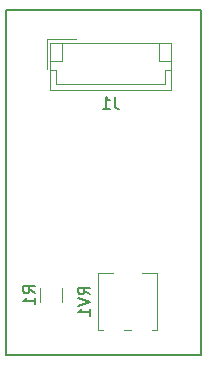
<source format=gbr>
G04 #@! TF.GenerationSoftware,KiCad,Pcbnew,(5.0.0-3-g5ebb6b6)*
G04 #@! TF.CreationDate,2018-10-06T16:58:55+02:00*
G04 #@! TF.ProjectId,tt_photometer,74745F70686F746F6D657465722E6B69,rev?*
G04 #@! TF.SameCoordinates,Original*
G04 #@! TF.FileFunction,Legend,Bot*
G04 #@! TF.FilePolarity,Positive*
%FSLAX46Y46*%
G04 Gerber Fmt 4.6, Leading zero omitted, Abs format (unit mm)*
G04 Created by KiCad (PCBNEW (5.0.0-3-g5ebb6b6)) date Saturday, 06. October 2018 um 16:58:55*
%MOMM*%
%LPD*%
G01*
G04 APERTURE LIST*
%ADD10C,0.200000*%
%ADD11C,0.120000*%
%ADD12C,0.150000*%
G04 APERTURE END LIST*
D10*
X149860000Y-67310000D02*
X166370000Y-67310000D01*
X166370000Y-96520000D02*
X166370000Y-67310000D01*
X149860000Y-96520000D02*
X166370000Y-96520000D01*
X149860000Y-67310000D02*
X149860000Y-96520000D01*
D11*
G04 #@! TO.C,J1*
X153600000Y-74100000D02*
X153600000Y-70080000D01*
X153600000Y-70080000D02*
X163820000Y-70080000D01*
X163820000Y-70080000D02*
X163820000Y-74100000D01*
X163820000Y-74100000D02*
X153600000Y-74100000D01*
X153600000Y-72390000D02*
X154100000Y-72390000D01*
X154100000Y-72390000D02*
X154100000Y-73600000D01*
X154100000Y-73600000D02*
X163320000Y-73600000D01*
X163320000Y-73600000D02*
X163320000Y-72390000D01*
X163320000Y-72390000D02*
X163820000Y-72390000D01*
X153600000Y-71580000D02*
X154600000Y-71580000D01*
X154600000Y-71580000D02*
X154600000Y-70080000D01*
X163820000Y-71580000D02*
X162820000Y-71580000D01*
X162820000Y-71580000D02*
X162820000Y-70080000D01*
X153300000Y-72280000D02*
X153300000Y-69780000D01*
X153300000Y-69780000D02*
X155800000Y-69780000D01*
G04 #@! TO.C,RV1*
X157620000Y-89560000D02*
X157620000Y-94400000D01*
X162660000Y-89560000D02*
X162660000Y-94400000D01*
X157620000Y-89560000D02*
X158900000Y-89560000D01*
X161380000Y-89560000D02*
X162660000Y-89560000D01*
X157620000Y-94400000D02*
X158100000Y-94400000D01*
X159880000Y-94400000D02*
X160400000Y-94400000D01*
X162180000Y-94400000D02*
X162660000Y-94400000D01*
X158000000Y-89560000D02*
X158000000Y-89560000D01*
X158000000Y-89560000D02*
X158900000Y-89560000D01*
X158000000Y-89560000D02*
X158900000Y-89560000D01*
G04 #@! TO.C,R1*
X152760000Y-90837936D02*
X152760000Y-92042064D01*
X154580000Y-90837936D02*
X154580000Y-92042064D01*
G04 #@! TO.C,J1*
D12*
X159043333Y-74642380D02*
X159043333Y-75356666D01*
X159090952Y-75499523D01*
X159186190Y-75594761D01*
X159329047Y-75642380D01*
X159424285Y-75642380D01*
X158043333Y-75642380D02*
X158614761Y-75642380D01*
X158329047Y-75642380D02*
X158329047Y-74642380D01*
X158424285Y-74785238D01*
X158519523Y-74880476D01*
X158614761Y-74928095D01*
G04 #@! TO.C,RV1*
X156942380Y-91384761D02*
X156466190Y-91051428D01*
X156942380Y-90813333D02*
X155942380Y-90813333D01*
X155942380Y-91194285D01*
X155990000Y-91289523D01*
X156037619Y-91337142D01*
X156132857Y-91384761D01*
X156275714Y-91384761D01*
X156370952Y-91337142D01*
X156418571Y-91289523D01*
X156466190Y-91194285D01*
X156466190Y-90813333D01*
X155942380Y-91670476D02*
X156942380Y-92003809D01*
X155942380Y-92337142D01*
X156942380Y-93194285D02*
X156942380Y-92622857D01*
X156942380Y-92908571D02*
X155942380Y-92908571D01*
X156085238Y-92813333D01*
X156180476Y-92718095D01*
X156228095Y-92622857D01*
G04 #@! TO.C,R1*
X152302380Y-91273333D02*
X151826190Y-90940000D01*
X152302380Y-90701904D02*
X151302380Y-90701904D01*
X151302380Y-91082857D01*
X151350000Y-91178095D01*
X151397619Y-91225714D01*
X151492857Y-91273333D01*
X151635714Y-91273333D01*
X151730952Y-91225714D01*
X151778571Y-91178095D01*
X151826190Y-91082857D01*
X151826190Y-90701904D01*
X152302380Y-92225714D02*
X152302380Y-91654285D01*
X152302380Y-91940000D02*
X151302380Y-91940000D01*
X151445238Y-91844761D01*
X151540476Y-91749523D01*
X151588095Y-91654285D01*
G04 #@! TD*
M02*

</source>
